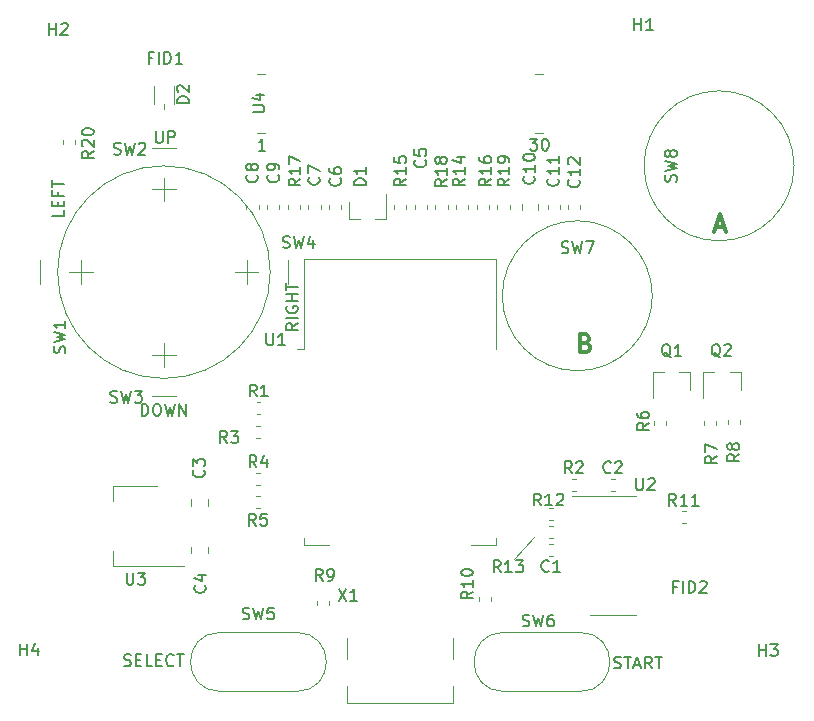
<source format=gbr>
%TF.GenerationSoftware,KiCad,Pcbnew,5.1.9-73d0e3b20d~88~ubuntu20.04.1*%
%TF.CreationDate,2021-04-29T21:08:44+02:00*%
%TF.ProjectId,gamearino,67616d65-6172-4696-9e6f-2e6b69636164,v0.0.1*%
%TF.SameCoordinates,PX5f5e100PY5f5e100*%
%TF.FileFunction,Legend,Top*%
%TF.FilePolarity,Positive*%
%FSLAX46Y46*%
G04 Gerber Fmt 4.6, Leading zero omitted, Abs format (unit mm)*
G04 Created by KiCad (PCBNEW 5.1.9-73d0e3b20d~88~ubuntu20.04.1) date 2021-04-29 21:08:44*
%MOMM*%
%LPD*%
G01*
G04 APERTURE LIST*
%ADD10C,0.150000*%
%ADD11C,0.300000*%
%ADD12C,0.120000*%
G04 APERTURE END LIST*
D10*
X21352380Y31666667D02*
X20876190Y31333334D01*
X21352380Y31095239D02*
X20352380Y31095239D01*
X20352380Y31476191D01*
X20400000Y31571429D01*
X20447619Y31619048D01*
X20542857Y31666667D01*
X20685714Y31666667D01*
X20780952Y31619048D01*
X20828571Y31571429D01*
X20876190Y31476191D01*
X20876190Y31095239D01*
X21352380Y32095239D02*
X20352380Y32095239D01*
X20400000Y33095239D02*
X20352380Y33000000D01*
X20352380Y32857143D01*
X20400000Y32714286D01*
X20495238Y32619048D01*
X20590476Y32571429D01*
X20780952Y32523810D01*
X20923809Y32523810D01*
X21114285Y32571429D01*
X21209523Y32619048D01*
X21304761Y32714286D01*
X21352380Y32857143D01*
X21352380Y32952381D01*
X21304761Y33095239D01*
X21257142Y33142858D01*
X20923809Y33142858D01*
X20923809Y32952381D01*
X21352380Y33571429D02*
X20352380Y33571429D01*
X20828571Y33571429D02*
X20828571Y34142858D01*
X21352380Y34142858D02*
X20352380Y34142858D01*
X20352380Y34476191D02*
X20352380Y35047620D01*
X21352380Y34761905D02*
X20352380Y34761905D01*
X1552380Y41247620D02*
X1552380Y40771429D01*
X552380Y40771429D01*
X1028571Y41580953D02*
X1028571Y41914286D01*
X1552380Y42057143D02*
X1552380Y41580953D01*
X552380Y41580953D01*
X552380Y42057143D01*
X1028571Y42819048D02*
X1028571Y42485715D01*
X1552380Y42485715D02*
X552380Y42485715D01*
X552380Y42961905D01*
X552380Y43200000D02*
X552380Y43771429D01*
X1552380Y43485715D02*
X552380Y43485715D01*
X8119047Y23847620D02*
X8119047Y24847620D01*
X8357142Y24847620D01*
X8500000Y24800000D01*
X8595238Y24704762D01*
X8642857Y24609524D01*
X8690476Y24419048D01*
X8690476Y24276191D01*
X8642857Y24085715D01*
X8595238Y23990477D01*
X8500000Y23895239D01*
X8357142Y23847620D01*
X8119047Y23847620D01*
X9309523Y24847620D02*
X9500000Y24847620D01*
X9595238Y24800000D01*
X9690476Y24704762D01*
X9738095Y24514286D01*
X9738095Y24180953D01*
X9690476Y23990477D01*
X9595238Y23895239D01*
X9500000Y23847620D01*
X9309523Y23847620D01*
X9214285Y23895239D01*
X9119047Y23990477D01*
X9071428Y24180953D01*
X9071428Y24514286D01*
X9119047Y24704762D01*
X9214285Y24800000D01*
X9309523Y24847620D01*
X10071428Y24847620D02*
X10309523Y23847620D01*
X10500000Y24561905D01*
X10690476Y23847620D01*
X10928571Y24847620D01*
X11309523Y23847620D02*
X11309523Y24847620D01*
X11880952Y23847620D01*
X11880952Y24847620D01*
X9314285Y47947620D02*
X9314285Y47138096D01*
X9361904Y47042858D01*
X9409523Y46995239D01*
X9504761Y46947620D01*
X9695238Y46947620D01*
X9790476Y46995239D01*
X9838095Y47042858D01*
X9885714Y47138096D01*
X9885714Y47947620D01*
X10361904Y46947620D02*
X10361904Y47947620D01*
X10742857Y47947620D01*
X10838095Y47900000D01*
X10885714Y47852381D01*
X10933333Y47757143D01*
X10933333Y47614286D01*
X10885714Y47519048D01*
X10838095Y47471429D01*
X10742857Y47423810D01*
X10361904Y47423810D01*
D11*
X56742857Y39850000D02*
X57457142Y39850000D01*
X56600000Y39421429D02*
X57100000Y40921429D01*
X57600000Y39421429D01*
X45707142Y30007143D02*
X45921428Y29935715D01*
X45992857Y29864286D01*
X46064285Y29721429D01*
X46064285Y29507143D01*
X45992857Y29364286D01*
X45921428Y29292858D01*
X45778571Y29221429D01*
X45207142Y29221429D01*
X45207142Y30721429D01*
X45707142Y30721429D01*
X45850000Y30650000D01*
X45921428Y30578572D01*
X45992857Y30435715D01*
X45992857Y30292858D01*
X45921428Y30150000D01*
X45850000Y30078572D01*
X45707142Y30007143D01*
X45207142Y30007143D01*
D10*
X6623809Y2695239D02*
X6766666Y2647620D01*
X7004761Y2647620D01*
X7100000Y2695239D01*
X7147619Y2742858D01*
X7195238Y2838096D01*
X7195238Y2933334D01*
X7147619Y3028572D01*
X7100000Y3076191D01*
X7004761Y3123810D01*
X6814285Y3171429D01*
X6719047Y3219048D01*
X6671428Y3266667D01*
X6623809Y3361905D01*
X6623809Y3457143D01*
X6671428Y3552381D01*
X6719047Y3600000D01*
X6814285Y3647620D01*
X7052380Y3647620D01*
X7195238Y3600000D01*
X7623809Y3171429D02*
X7957142Y3171429D01*
X8100000Y2647620D02*
X7623809Y2647620D01*
X7623809Y3647620D01*
X8100000Y3647620D01*
X9004761Y2647620D02*
X8528571Y2647620D01*
X8528571Y3647620D01*
X9338095Y3171429D02*
X9671428Y3171429D01*
X9814285Y2647620D02*
X9338095Y2647620D01*
X9338095Y3647620D01*
X9814285Y3647620D01*
X10814285Y2742858D02*
X10766666Y2695239D01*
X10623809Y2647620D01*
X10528571Y2647620D01*
X10385714Y2695239D01*
X10290476Y2790477D01*
X10242857Y2885715D01*
X10195238Y3076191D01*
X10195238Y3219048D01*
X10242857Y3409524D01*
X10290476Y3504762D01*
X10385714Y3600000D01*
X10528571Y3647620D01*
X10623809Y3647620D01*
X10766666Y3600000D01*
X10814285Y3552381D01*
X11100000Y3647620D02*
X11671428Y3647620D01*
X11385714Y2647620D02*
X11385714Y3647620D01*
X48123809Y2495239D02*
X48266666Y2447620D01*
X48504761Y2447620D01*
X48600000Y2495239D01*
X48647619Y2542858D01*
X48695238Y2638096D01*
X48695238Y2733334D01*
X48647619Y2828572D01*
X48600000Y2876191D01*
X48504761Y2923810D01*
X48314285Y2971429D01*
X48219047Y3019048D01*
X48171428Y3066667D01*
X48123809Y3161905D01*
X48123809Y3257143D01*
X48171428Y3352381D01*
X48219047Y3400000D01*
X48314285Y3447620D01*
X48552380Y3447620D01*
X48695238Y3400000D01*
X48980952Y3447620D02*
X49552380Y3447620D01*
X49266666Y2447620D02*
X49266666Y3447620D01*
X49838095Y2733334D02*
X50314285Y2733334D01*
X49742857Y2447620D02*
X50076190Y3447620D01*
X50409523Y2447620D01*
X51314285Y2447620D02*
X50980952Y2923810D01*
X50742857Y2447620D02*
X50742857Y3447620D01*
X51123809Y3447620D01*
X51219047Y3400000D01*
X51266666Y3352381D01*
X51314285Y3257143D01*
X51314285Y3114286D01*
X51266666Y3019048D01*
X51219047Y2971429D01*
X51123809Y2923810D01*
X50742857Y2923810D01*
X51600000Y3447620D02*
X52171428Y3447620D01*
X51885714Y2447620D02*
X51885714Y3447620D01*
D12*
X39600000Y11700000D02*
X41300000Y13550000D01*
%TO.C,R20*%
X1490000Y46837221D02*
X1490000Y47162779D01*
X2510000Y46837221D02*
X2510000Y47162779D01*
%TO.C,D2*%
X10000000Y49850000D02*
X10000000Y50200000D01*
X10850000Y50200000D02*
X10850000Y51800000D01*
X9150000Y50200000D02*
X9150000Y51800000D01*
%TO.C,R10*%
X36690000Y8137221D02*
X36690000Y8462779D01*
X37710000Y8137221D02*
X37710000Y8462779D01*
%TO.C,R9*%
X24010000Y8162779D02*
X24010000Y7837221D01*
X22990000Y8162779D02*
X22990000Y7837221D01*
%TO.C,X1*%
X25530000Y5020000D02*
X25530000Y3220000D01*
X25530000Y-490000D02*
X25530000Y970000D01*
X34470000Y-490000D02*
X34470000Y970000D01*
X34470000Y5020000D02*
X34470000Y3220000D01*
X34470000Y-490000D02*
X25530000Y-490000D01*
%TO.C,Item5*%
X3000000Y37000000D02*
X3000000Y35000000D01*
X2000000Y36000000D02*
X4000000Y36000000D01*
X10000000Y28000000D02*
X10000000Y30000000D01*
X9000000Y29000000D02*
X11000000Y29000000D01*
X18000000Y36000000D02*
X16000000Y36000000D01*
X17000000Y35000000D02*
X17000000Y37000000D01*
X11000000Y43000000D02*
X9000000Y43000000D01*
X10000000Y44000000D02*
X10000000Y42000000D01*
X9000000Y46500000D02*
X11000000Y46500000D01*
X-500000Y35000000D02*
X-500000Y37000000D01*
X11000000Y25500000D02*
X9000000Y25500000D01*
X20500000Y37000000D02*
X20500000Y35000000D01*
X19000000Y36000000D02*
G75*
G03*
X19000000Y36000000I-9000000J0D01*
G01*
%TO.C,Item2*%
X51350000Y34000000D02*
G75*
G03*
X51350000Y34000000I-6350000J0D01*
G01*
%TO.C,Item1*%
X63350000Y45000000D02*
G75*
G03*
X63350000Y45000000I-6350000J0D01*
G01*
%TO.C,Item4*%
X14700000Y5500000D02*
X21200000Y5500000D01*
X14750000Y500000D02*
X21250000Y500000D01*
X21250000Y5500500D02*
G75*
G02*
X21250000Y499500I0J-2500500D01*
G01*
X14751997Y499501D02*
G75*
G02*
X14700000Y5500000I-1997J2500499D01*
G01*
%TO.C,Item3*%
X38700000Y5500000D02*
X45200000Y5500000D01*
X38750000Y500000D02*
X45250000Y500000D01*
X45250000Y5500500D02*
G75*
G02*
X45250000Y499500I0J-2500500D01*
G01*
X38751997Y499501D02*
G75*
G02*
X38700000Y5500000I-1997J2500499D01*
G01*
%TO.C,C12*%
X44240000Y41662779D02*
X44240000Y41337221D01*
X45260000Y41662779D02*
X45260000Y41337221D01*
%TO.C,C11*%
X42490000Y41662779D02*
X42490000Y41337221D01*
X43510000Y41662779D02*
X43510000Y41337221D01*
%TO.C,C10*%
X40290000Y41758578D02*
X40290000Y41241422D01*
X41710000Y41758578D02*
X41710000Y41241422D01*
%TO.C,R8*%
X58760000Y23124721D02*
X58760000Y23450279D01*
X57740000Y23124721D02*
X57740000Y23450279D01*
%TO.C,R6*%
X51490000Y23412779D02*
X51490000Y23087221D01*
X52510000Y23412779D02*
X52510000Y23087221D01*
%TO.C,R7*%
X55740000Y23412779D02*
X55740000Y23087221D01*
X56760000Y23412779D02*
X56760000Y23087221D01*
%TO.C,Q1*%
X54580000Y27510000D02*
X54580000Y26050000D01*
X51420000Y27510000D02*
X51420000Y25350000D01*
X51420000Y27510000D02*
X52350000Y27510000D01*
X54580000Y27510000D02*
X53650000Y27510000D01*
%TO.C,Q2*%
X58830000Y27510000D02*
X58830000Y26050000D01*
X55670000Y27510000D02*
X55670000Y25350000D01*
X55670000Y27510000D02*
X56600000Y27510000D01*
X58830000Y27510000D02*
X57900000Y27510000D01*
%TO.C,U4*%
X17900000Y47750000D02*
X18600000Y47750000D01*
X17900000Y52750000D02*
X18600000Y52750000D01*
X41400000Y52750000D02*
X42100000Y52750000D01*
X41400000Y47750000D02*
X42100000Y47750000D01*
%TO.C,C3*%
X12290000Y16758578D02*
X12290000Y16241422D01*
X13710000Y16758578D02*
X13710000Y16241422D01*
%TO.C,R13*%
X42587221Y13490000D02*
X42912779Y13490000D01*
X42587221Y14510000D02*
X42912779Y14510000D01*
%TO.C,R12*%
X42912779Y16010000D02*
X42587221Y16010000D01*
X42912779Y14990000D02*
X42587221Y14990000D01*
%TO.C,R5*%
X17837221Y15990000D02*
X18162779Y15990000D01*
X17837221Y17010000D02*
X18162779Y17010000D01*
%TO.C,R4*%
X17837221Y17990000D02*
X18162779Y17990000D01*
X17837221Y19010000D02*
X18162779Y19010000D01*
%TO.C,R3*%
X17837221Y21990000D02*
X18162779Y21990000D01*
X17837221Y23010000D02*
X18162779Y23010000D01*
%TO.C,R2*%
X44537221Y17490000D02*
X44862779Y17490000D01*
X44537221Y18510000D02*
X44862779Y18510000D01*
%TO.C,R1*%
X17849721Y23990000D02*
X18175279Y23990000D01*
X17849721Y25010000D02*
X18175279Y25010000D01*
%TO.C,U3*%
X11700000Y11090000D02*
X5690000Y11090000D01*
X9450000Y17910000D02*
X5690000Y17910000D01*
X5690000Y11090000D02*
X5690000Y12350000D01*
X5690000Y17910000D02*
X5690000Y16650000D01*
%TO.C,U2*%
X48000000Y17060000D02*
X44550000Y17060000D01*
X48000000Y17060000D02*
X49950000Y17060000D01*
X48000000Y6940000D02*
X46050000Y6940000D01*
X48000000Y6940000D02*
X49950000Y6940000D01*
%TO.C,U1*%
X21880000Y29500000D02*
X21270000Y29500000D01*
X21880000Y29500000D02*
X21880000Y37120000D01*
X21880000Y12880000D02*
X21880000Y13500000D01*
X24000000Y12880000D02*
X21880000Y12880000D01*
X38120000Y12880000D02*
X36000000Y12880000D01*
X38120000Y13500000D02*
X38120000Y12880000D01*
X38120000Y37120000D02*
X38120000Y29500000D01*
X21880000Y37120000D02*
X38120000Y37120000D01*
%TO.C,R11*%
X53837221Y14740000D02*
X54162779Y14740000D01*
X53837221Y15760000D02*
X54162779Y15760000D01*
%TO.C,R18*%
X32990000Y41662779D02*
X32990000Y41337221D01*
X34010000Y41662779D02*
X34010000Y41337221D01*
%TO.C,R15*%
X29490000Y41662779D02*
X29490000Y41337221D01*
X30510000Y41662779D02*
X30510000Y41337221D01*
%TO.C,R16*%
X36490000Y41662779D02*
X36490000Y41337221D01*
X37510000Y41662779D02*
X37510000Y41337221D01*
%TO.C,R14*%
X34740000Y41662779D02*
X34740000Y41337221D01*
X35760000Y41662779D02*
X35760000Y41337221D01*
%TO.C,R17*%
X21510000Y41337221D02*
X21510000Y41662779D01*
X20490000Y41337221D02*
X20490000Y41662779D01*
%TO.C,R19*%
X39260000Y41337221D02*
X39260000Y41662779D01*
X38240000Y41337221D02*
X38240000Y41662779D01*
%TO.C,D1*%
X25670000Y40490000D02*
X25670000Y41950000D01*
X28830000Y40490000D02*
X28830000Y42650000D01*
X28830000Y40490000D02*
X27900000Y40490000D01*
X25670000Y40490000D02*
X26600000Y40490000D01*
%TO.C,C4*%
X12290000Y12758578D02*
X12290000Y12241422D01*
X13710000Y12758578D02*
X13710000Y12241422D01*
%TO.C,C2*%
X47837221Y17490000D02*
X48162779Y17490000D01*
X47837221Y18510000D02*
X48162779Y18510000D01*
%TO.C,C1*%
X42912779Y13010000D02*
X42587221Y13010000D01*
X42912779Y11990000D02*
X42587221Y11990000D01*
%TO.C,C5*%
X31240000Y41662779D02*
X31240000Y41337221D01*
X32260000Y41662779D02*
X32260000Y41337221D01*
%TO.C,C9*%
X19760000Y41337221D02*
X19760000Y41662779D01*
X18740000Y41337221D02*
X18740000Y41662779D01*
%TO.C,C8*%
X18010000Y41337221D02*
X18010000Y41662779D01*
X16990000Y41337221D02*
X16990000Y41662779D01*
%TO.C,C6*%
X23990000Y41662779D02*
X23990000Y41337221D01*
X25010000Y41662779D02*
X25010000Y41337221D01*
%TO.C,C7*%
X22240000Y41662779D02*
X22240000Y41337221D01*
X23260000Y41662779D02*
X23260000Y41337221D01*
%TO.C,R20*%
D10*
X4052380Y46257143D02*
X3576190Y45923810D01*
X4052380Y45685715D02*
X3052380Y45685715D01*
X3052380Y46066667D01*
X3100000Y46161905D01*
X3147619Y46209524D01*
X3242857Y46257143D01*
X3385714Y46257143D01*
X3480952Y46209524D01*
X3528571Y46161905D01*
X3576190Y46066667D01*
X3576190Y45685715D01*
X3147619Y46638096D02*
X3100000Y46685715D01*
X3052380Y46780953D01*
X3052380Y47019048D01*
X3100000Y47114286D01*
X3147619Y47161905D01*
X3242857Y47209524D01*
X3338095Y47209524D01*
X3480952Y47161905D01*
X4052380Y46590477D01*
X4052380Y47209524D01*
X3052380Y47828572D02*
X3052380Y47923810D01*
X3100000Y48019048D01*
X3147619Y48066667D01*
X3242857Y48114286D01*
X3433333Y48161905D01*
X3671428Y48161905D01*
X3861904Y48114286D01*
X3957142Y48066667D01*
X4004761Y48019048D01*
X4052380Y47923810D01*
X4052380Y47828572D01*
X4004761Y47733334D01*
X3957142Y47685715D01*
X3861904Y47638096D01*
X3671428Y47590477D01*
X3433333Y47590477D01*
X3242857Y47638096D01*
X3147619Y47685715D01*
X3100000Y47733334D01*
X3052380Y47828572D01*
%TO.C,D2*%
X12102380Y50311905D02*
X11102380Y50311905D01*
X11102380Y50550000D01*
X11150000Y50692858D01*
X11245238Y50788096D01*
X11340476Y50835715D01*
X11530952Y50883334D01*
X11673809Y50883334D01*
X11864285Y50835715D01*
X11959523Y50788096D01*
X12054761Y50692858D01*
X12102380Y50550000D01*
X12102380Y50311905D01*
X11197619Y51264286D02*
X11150000Y51311905D01*
X11102380Y51407143D01*
X11102380Y51645239D01*
X11150000Y51740477D01*
X11197619Y51788096D01*
X11292857Y51835715D01*
X11388095Y51835715D01*
X11530952Y51788096D01*
X12102380Y51216667D01*
X12102380Y51835715D01*
%TO.C,FID2*%
X53428571Y9371429D02*
X53095238Y9371429D01*
X53095238Y8847620D02*
X53095238Y9847620D01*
X53571428Y9847620D01*
X53952380Y8847620D02*
X53952380Y9847620D01*
X54428571Y8847620D02*
X54428571Y9847620D01*
X54666666Y9847620D01*
X54809523Y9800000D01*
X54904761Y9704762D01*
X54952380Y9609524D01*
X55000000Y9419048D01*
X55000000Y9276191D01*
X54952380Y9085715D01*
X54904761Y8990477D01*
X54809523Y8895239D01*
X54666666Y8847620D01*
X54428571Y8847620D01*
X55380952Y9752381D02*
X55428571Y9800000D01*
X55523809Y9847620D01*
X55761904Y9847620D01*
X55857142Y9800000D01*
X55904761Y9752381D01*
X55952380Y9657143D01*
X55952380Y9561905D01*
X55904761Y9419048D01*
X55333333Y8847620D01*
X55952380Y8847620D01*
%TO.C,FID1*%
X9028571Y54171429D02*
X8695238Y54171429D01*
X8695238Y53647620D02*
X8695238Y54647620D01*
X9171428Y54647620D01*
X9552380Y53647620D02*
X9552380Y54647620D01*
X10028571Y53647620D02*
X10028571Y54647620D01*
X10266666Y54647620D01*
X10409523Y54600000D01*
X10504761Y54504762D01*
X10552380Y54409524D01*
X10600000Y54219048D01*
X10600000Y54076191D01*
X10552380Y53885715D01*
X10504761Y53790477D01*
X10409523Y53695239D01*
X10266666Y53647620D01*
X10028571Y53647620D01*
X11552380Y53647620D02*
X10980952Y53647620D01*
X11266666Y53647620D02*
X11266666Y54647620D01*
X11171428Y54504762D01*
X11076190Y54409524D01*
X10980952Y54361905D01*
%TO.C,R10*%
X36152380Y8957143D02*
X35676190Y8623810D01*
X36152380Y8385715D02*
X35152380Y8385715D01*
X35152380Y8766667D01*
X35200000Y8861905D01*
X35247619Y8909524D01*
X35342857Y8957143D01*
X35485714Y8957143D01*
X35580952Y8909524D01*
X35628571Y8861905D01*
X35676190Y8766667D01*
X35676190Y8385715D01*
X36152380Y9909524D02*
X36152380Y9338096D01*
X36152380Y9623810D02*
X35152380Y9623810D01*
X35295238Y9528572D01*
X35390476Y9433334D01*
X35438095Y9338096D01*
X35152380Y10528572D02*
X35152380Y10623810D01*
X35200000Y10719048D01*
X35247619Y10766667D01*
X35342857Y10814286D01*
X35533333Y10861905D01*
X35771428Y10861905D01*
X35961904Y10814286D01*
X36057142Y10766667D01*
X36104761Y10719048D01*
X36152380Y10623810D01*
X36152380Y10528572D01*
X36104761Y10433334D01*
X36057142Y10385715D01*
X35961904Y10338096D01*
X35771428Y10290477D01*
X35533333Y10290477D01*
X35342857Y10338096D01*
X35247619Y10385715D01*
X35200000Y10433334D01*
X35152380Y10528572D01*
%TO.C,R9*%
X23433333Y9847620D02*
X23100000Y10323810D01*
X22861904Y9847620D02*
X22861904Y10847620D01*
X23242857Y10847620D01*
X23338095Y10800000D01*
X23385714Y10752381D01*
X23433333Y10657143D01*
X23433333Y10514286D01*
X23385714Y10419048D01*
X23338095Y10371429D01*
X23242857Y10323810D01*
X22861904Y10323810D01*
X23909523Y9847620D02*
X24100000Y9847620D01*
X24195238Y9895239D01*
X24242857Y9942858D01*
X24338095Y10085715D01*
X24385714Y10276191D01*
X24385714Y10657143D01*
X24338095Y10752381D01*
X24290476Y10800000D01*
X24195238Y10847620D01*
X24004761Y10847620D01*
X23909523Y10800000D01*
X23861904Y10752381D01*
X23814285Y10657143D01*
X23814285Y10419048D01*
X23861904Y10323810D01*
X23909523Y10276191D01*
X24004761Y10228572D01*
X24195238Y10228572D01*
X24290476Y10276191D01*
X24338095Y10323810D01*
X24385714Y10419048D01*
%TO.C,X1*%
X24790476Y9197620D02*
X25457142Y8197620D01*
X25457142Y9197620D02*
X24790476Y8197620D01*
X26361904Y8197620D02*
X25790476Y8197620D01*
X26076190Y8197620D02*
X26076190Y9197620D01*
X25980952Y9054762D01*
X25885714Y8959524D01*
X25790476Y8911905D01*
%TO.C,C12*%
X45107142Y43807143D02*
X45154761Y43759524D01*
X45202380Y43616667D01*
X45202380Y43521429D01*
X45154761Y43378572D01*
X45059523Y43283334D01*
X44964285Y43235715D01*
X44773809Y43188096D01*
X44630952Y43188096D01*
X44440476Y43235715D01*
X44345238Y43283334D01*
X44250000Y43378572D01*
X44202380Y43521429D01*
X44202380Y43616667D01*
X44250000Y43759524D01*
X44297619Y43807143D01*
X45202380Y44759524D02*
X45202380Y44188096D01*
X45202380Y44473810D02*
X44202380Y44473810D01*
X44345238Y44378572D01*
X44440476Y44283334D01*
X44488095Y44188096D01*
X44297619Y45140477D02*
X44250000Y45188096D01*
X44202380Y45283334D01*
X44202380Y45521429D01*
X44250000Y45616667D01*
X44297619Y45664286D01*
X44392857Y45711905D01*
X44488095Y45711905D01*
X44630952Y45664286D01*
X45202380Y45092858D01*
X45202380Y45711905D01*
%TO.C,C11*%
X43357142Y43907143D02*
X43404761Y43859524D01*
X43452380Y43716667D01*
X43452380Y43621429D01*
X43404761Y43478572D01*
X43309523Y43383334D01*
X43214285Y43335715D01*
X43023809Y43288096D01*
X42880952Y43288096D01*
X42690476Y43335715D01*
X42595238Y43383334D01*
X42500000Y43478572D01*
X42452380Y43621429D01*
X42452380Y43716667D01*
X42500000Y43859524D01*
X42547619Y43907143D01*
X43452380Y44859524D02*
X43452380Y44288096D01*
X43452380Y44573810D02*
X42452380Y44573810D01*
X42595238Y44478572D01*
X42690476Y44383334D01*
X42738095Y44288096D01*
X43452380Y45811905D02*
X43452380Y45240477D01*
X43452380Y45526191D02*
X42452380Y45526191D01*
X42595238Y45430953D01*
X42690476Y45335715D01*
X42738095Y45240477D01*
%TO.C,C10*%
X41307142Y44107143D02*
X41354761Y44059524D01*
X41402380Y43916667D01*
X41402380Y43821429D01*
X41354761Y43678572D01*
X41259523Y43583334D01*
X41164285Y43535715D01*
X40973809Y43488096D01*
X40830952Y43488096D01*
X40640476Y43535715D01*
X40545238Y43583334D01*
X40450000Y43678572D01*
X40402380Y43821429D01*
X40402380Y43916667D01*
X40450000Y44059524D01*
X40497619Y44107143D01*
X41402380Y45059524D02*
X41402380Y44488096D01*
X41402380Y44773810D02*
X40402380Y44773810D01*
X40545238Y44678572D01*
X40640476Y44583334D01*
X40688095Y44488096D01*
X40402380Y45678572D02*
X40402380Y45773810D01*
X40450000Y45869048D01*
X40497619Y45916667D01*
X40592857Y45964286D01*
X40783333Y46011905D01*
X41021428Y46011905D01*
X41211904Y45964286D01*
X41307142Y45916667D01*
X41354761Y45869048D01*
X41402380Y45773810D01*
X41402380Y45678572D01*
X41354761Y45583334D01*
X41307142Y45535715D01*
X41211904Y45488096D01*
X41021428Y45440477D01*
X40783333Y45440477D01*
X40592857Y45488096D01*
X40497619Y45535715D01*
X40450000Y45583334D01*
X40402380Y45678572D01*
%TO.C,R8*%
X58702380Y20583334D02*
X58226190Y20250000D01*
X58702380Y20011905D02*
X57702380Y20011905D01*
X57702380Y20392858D01*
X57750000Y20488096D01*
X57797619Y20535715D01*
X57892857Y20583334D01*
X58035714Y20583334D01*
X58130952Y20535715D01*
X58178571Y20488096D01*
X58226190Y20392858D01*
X58226190Y20011905D01*
X58130952Y21154762D02*
X58083333Y21059524D01*
X58035714Y21011905D01*
X57940476Y20964286D01*
X57892857Y20964286D01*
X57797619Y21011905D01*
X57750000Y21059524D01*
X57702380Y21154762D01*
X57702380Y21345239D01*
X57750000Y21440477D01*
X57797619Y21488096D01*
X57892857Y21535715D01*
X57940476Y21535715D01*
X58035714Y21488096D01*
X58083333Y21440477D01*
X58130952Y21345239D01*
X58130952Y21154762D01*
X58178571Y21059524D01*
X58226190Y21011905D01*
X58321428Y20964286D01*
X58511904Y20964286D01*
X58607142Y21011905D01*
X58654761Y21059524D01*
X58702380Y21154762D01*
X58702380Y21345239D01*
X58654761Y21440477D01*
X58607142Y21488096D01*
X58511904Y21535715D01*
X58321428Y21535715D01*
X58226190Y21488096D01*
X58178571Y21440477D01*
X58130952Y21345239D01*
%TO.C,R6*%
X51052380Y23233334D02*
X50576190Y22900000D01*
X51052380Y22661905D02*
X50052380Y22661905D01*
X50052380Y23042858D01*
X50100000Y23138096D01*
X50147619Y23185715D01*
X50242857Y23233334D01*
X50385714Y23233334D01*
X50480952Y23185715D01*
X50528571Y23138096D01*
X50576190Y23042858D01*
X50576190Y22661905D01*
X50052380Y24090477D02*
X50052380Y23900000D01*
X50100000Y23804762D01*
X50147619Y23757143D01*
X50290476Y23661905D01*
X50480952Y23614286D01*
X50861904Y23614286D01*
X50957142Y23661905D01*
X51004761Y23709524D01*
X51052380Y23804762D01*
X51052380Y23995239D01*
X51004761Y24090477D01*
X50957142Y24138096D01*
X50861904Y24185715D01*
X50623809Y24185715D01*
X50528571Y24138096D01*
X50480952Y24090477D01*
X50433333Y23995239D01*
X50433333Y23804762D01*
X50480952Y23709524D01*
X50528571Y23661905D01*
X50623809Y23614286D01*
%TO.C,R7*%
X56802380Y20433334D02*
X56326190Y20100000D01*
X56802380Y19861905D02*
X55802380Y19861905D01*
X55802380Y20242858D01*
X55850000Y20338096D01*
X55897619Y20385715D01*
X55992857Y20433334D01*
X56135714Y20433334D01*
X56230952Y20385715D01*
X56278571Y20338096D01*
X56326190Y20242858D01*
X56326190Y19861905D01*
X55802380Y20766667D02*
X55802380Y21433334D01*
X56802380Y21004762D01*
%TO.C,Q1*%
X52904761Y28802381D02*
X52809523Y28850000D01*
X52714285Y28945239D01*
X52571428Y29088096D01*
X52476190Y29135715D01*
X52380952Y29135715D01*
X52428571Y28897620D02*
X52333333Y28945239D01*
X52238095Y29040477D01*
X52190476Y29230953D01*
X52190476Y29564286D01*
X52238095Y29754762D01*
X52333333Y29850000D01*
X52428571Y29897620D01*
X52619047Y29897620D01*
X52714285Y29850000D01*
X52809523Y29754762D01*
X52857142Y29564286D01*
X52857142Y29230953D01*
X52809523Y29040477D01*
X52714285Y28945239D01*
X52619047Y28897620D01*
X52428571Y28897620D01*
X53809523Y28897620D02*
X53238095Y28897620D01*
X53523809Y28897620D02*
X53523809Y29897620D01*
X53428571Y29754762D01*
X53333333Y29659524D01*
X53238095Y29611905D01*
%TO.C,Q2*%
X57104761Y28802381D02*
X57009523Y28850000D01*
X56914285Y28945239D01*
X56771428Y29088096D01*
X56676190Y29135715D01*
X56580952Y29135715D01*
X56628571Y28897620D02*
X56533333Y28945239D01*
X56438095Y29040477D01*
X56390476Y29230953D01*
X56390476Y29564286D01*
X56438095Y29754762D01*
X56533333Y29850000D01*
X56628571Y29897620D01*
X56819047Y29897620D01*
X56914285Y29850000D01*
X57009523Y29754762D01*
X57057142Y29564286D01*
X57057142Y29230953D01*
X57009523Y29040477D01*
X56914285Y28945239D01*
X56819047Y28897620D01*
X56628571Y28897620D01*
X57438095Y29802381D02*
X57485714Y29850000D01*
X57580952Y29897620D01*
X57819047Y29897620D01*
X57914285Y29850000D01*
X57961904Y29802381D01*
X58009523Y29707143D01*
X58009523Y29611905D01*
X57961904Y29469048D01*
X57390476Y28897620D01*
X58009523Y28897620D01*
%TO.C,U4*%
X17502380Y49538096D02*
X18311904Y49538096D01*
X18407142Y49585715D01*
X18454761Y49633334D01*
X18502380Y49728572D01*
X18502380Y49919048D01*
X18454761Y50014286D01*
X18407142Y50061905D01*
X18311904Y50109524D01*
X17502380Y50109524D01*
X17835714Y51014286D02*
X18502380Y51014286D01*
X17454761Y50776191D02*
X18169047Y50538096D01*
X18169047Y51157143D01*
X40990476Y47297620D02*
X41609523Y47297620D01*
X41276190Y46916667D01*
X41419047Y46916667D01*
X41514285Y46869048D01*
X41561904Y46821429D01*
X41609523Y46726191D01*
X41609523Y46488096D01*
X41561904Y46392858D01*
X41514285Y46345239D01*
X41419047Y46297620D01*
X41133333Y46297620D01*
X41038095Y46345239D01*
X40990476Y46392858D01*
X42228571Y47297620D02*
X42323809Y47297620D01*
X42419047Y47250000D01*
X42466666Y47202381D01*
X42514285Y47107143D01*
X42561904Y46916667D01*
X42561904Y46678572D01*
X42514285Y46488096D01*
X42466666Y46392858D01*
X42419047Y46345239D01*
X42323809Y46297620D01*
X42228571Y46297620D01*
X42133333Y46345239D01*
X42085714Y46392858D01*
X42038095Y46488096D01*
X41990476Y46678572D01*
X41990476Y46916667D01*
X42038095Y47107143D01*
X42085714Y47202381D01*
X42133333Y47250000D01*
X42228571Y47297620D01*
X18585714Y46297620D02*
X18014285Y46297620D01*
X18300000Y46297620D02*
X18300000Y47297620D01*
X18204761Y47154762D01*
X18109523Y47059524D01*
X18014285Y47011905D01*
%TO.C,H4*%
X-2161905Y3547620D02*
X-2161905Y4547620D01*
X-2161905Y4071429D02*
X-1590477Y4071429D01*
X-1590477Y3547620D02*
X-1590477Y4547620D01*
X-685715Y4214286D02*
X-685715Y3547620D01*
X-923810Y4595239D02*
X-1161905Y3880953D01*
X-542858Y3880953D01*
%TO.C,H3*%
X60388095Y3497620D02*
X60388095Y4497620D01*
X60388095Y4021429D02*
X60959523Y4021429D01*
X60959523Y3497620D02*
X60959523Y4497620D01*
X61340476Y4497620D02*
X61959523Y4497620D01*
X61626190Y4116667D01*
X61769047Y4116667D01*
X61864285Y4069048D01*
X61911904Y4021429D01*
X61959523Y3926191D01*
X61959523Y3688096D01*
X61911904Y3592858D01*
X61864285Y3545239D01*
X61769047Y3497620D01*
X61483333Y3497620D01*
X61388095Y3545239D01*
X61340476Y3592858D01*
%TO.C,H2*%
X288095Y56097620D02*
X288095Y57097620D01*
X288095Y56621429D02*
X859523Y56621429D01*
X859523Y56097620D02*
X859523Y57097620D01*
X1288095Y57002381D02*
X1335714Y57050000D01*
X1430952Y57097620D01*
X1669047Y57097620D01*
X1764285Y57050000D01*
X1811904Y57002381D01*
X1859523Y56907143D01*
X1859523Y56811905D01*
X1811904Y56669048D01*
X1240476Y56097620D01*
X1859523Y56097620D01*
%TO.C,H1*%
X49838095Y56497620D02*
X49838095Y57497620D01*
X49838095Y57021429D02*
X50409523Y57021429D01*
X50409523Y56497620D02*
X50409523Y57497620D01*
X51409523Y56497620D02*
X50838095Y56497620D01*
X51123809Y56497620D02*
X51123809Y57497620D01*
X51028571Y57354762D01*
X50933333Y57259524D01*
X50838095Y57211905D01*
%TO.C,C3*%
X13357142Y19233334D02*
X13404761Y19185715D01*
X13452380Y19042858D01*
X13452380Y18947620D01*
X13404761Y18804762D01*
X13309523Y18709524D01*
X13214285Y18661905D01*
X13023809Y18614286D01*
X12880952Y18614286D01*
X12690476Y18661905D01*
X12595238Y18709524D01*
X12500000Y18804762D01*
X12452380Y18947620D01*
X12452380Y19042858D01*
X12500000Y19185715D01*
X12547619Y19233334D01*
X12452380Y19566667D02*
X12452380Y20185715D01*
X12833333Y19852381D01*
X12833333Y19995239D01*
X12880952Y20090477D01*
X12928571Y20138096D01*
X13023809Y20185715D01*
X13261904Y20185715D01*
X13357142Y20138096D01*
X13404761Y20090477D01*
X13452380Y19995239D01*
X13452380Y19709524D01*
X13404761Y19614286D01*
X13357142Y19566667D01*
%TO.C,SW8*%
X53354761Y43666667D02*
X53402380Y43809524D01*
X53402380Y44047620D01*
X53354761Y44142858D01*
X53307142Y44190477D01*
X53211904Y44238096D01*
X53116666Y44238096D01*
X53021428Y44190477D01*
X52973809Y44142858D01*
X52926190Y44047620D01*
X52878571Y43857143D01*
X52830952Y43761905D01*
X52783333Y43714286D01*
X52688095Y43666667D01*
X52592857Y43666667D01*
X52497619Y43714286D01*
X52450000Y43761905D01*
X52402380Y43857143D01*
X52402380Y44095239D01*
X52450000Y44238096D01*
X52402380Y44571429D02*
X53402380Y44809524D01*
X52688095Y45000000D01*
X53402380Y45190477D01*
X52402380Y45428572D01*
X52830952Y45952381D02*
X52783333Y45857143D01*
X52735714Y45809524D01*
X52640476Y45761905D01*
X52592857Y45761905D01*
X52497619Y45809524D01*
X52450000Y45857143D01*
X52402380Y45952381D01*
X52402380Y46142858D01*
X52450000Y46238096D01*
X52497619Y46285715D01*
X52592857Y46333334D01*
X52640476Y46333334D01*
X52735714Y46285715D01*
X52783333Y46238096D01*
X52830952Y46142858D01*
X52830952Y45952381D01*
X52878571Y45857143D01*
X52926190Y45809524D01*
X53021428Y45761905D01*
X53211904Y45761905D01*
X53307142Y45809524D01*
X53354761Y45857143D01*
X53402380Y45952381D01*
X53402380Y46142858D01*
X53354761Y46238096D01*
X53307142Y46285715D01*
X53211904Y46333334D01*
X53021428Y46333334D01*
X52926190Y46285715D01*
X52878571Y46238096D01*
X52830952Y46142858D01*
%TO.C,SW7*%
X43666666Y37645239D02*
X43809523Y37597620D01*
X44047619Y37597620D01*
X44142857Y37645239D01*
X44190476Y37692858D01*
X44238095Y37788096D01*
X44238095Y37883334D01*
X44190476Y37978572D01*
X44142857Y38026191D01*
X44047619Y38073810D01*
X43857142Y38121429D01*
X43761904Y38169048D01*
X43714285Y38216667D01*
X43666666Y38311905D01*
X43666666Y38407143D01*
X43714285Y38502381D01*
X43761904Y38550000D01*
X43857142Y38597620D01*
X44095238Y38597620D01*
X44238095Y38550000D01*
X44571428Y38597620D02*
X44809523Y37597620D01*
X45000000Y38311905D01*
X45190476Y37597620D01*
X45428571Y38597620D01*
X45714285Y38597620D02*
X46380952Y38597620D01*
X45952380Y37597620D01*
%TO.C,SW6*%
X40366666Y6045239D02*
X40509523Y5997620D01*
X40747619Y5997620D01*
X40842857Y6045239D01*
X40890476Y6092858D01*
X40938095Y6188096D01*
X40938095Y6283334D01*
X40890476Y6378572D01*
X40842857Y6426191D01*
X40747619Y6473810D01*
X40557142Y6521429D01*
X40461904Y6569048D01*
X40414285Y6616667D01*
X40366666Y6711905D01*
X40366666Y6807143D01*
X40414285Y6902381D01*
X40461904Y6950000D01*
X40557142Y6997620D01*
X40795238Y6997620D01*
X40938095Y6950000D01*
X41271428Y6997620D02*
X41509523Y5997620D01*
X41700000Y6711905D01*
X41890476Y5997620D01*
X42128571Y6997620D01*
X42938095Y6997620D02*
X42747619Y6997620D01*
X42652380Y6950000D01*
X42604761Y6902381D01*
X42509523Y6759524D01*
X42461904Y6569048D01*
X42461904Y6188096D01*
X42509523Y6092858D01*
X42557142Y6045239D01*
X42652380Y5997620D01*
X42842857Y5997620D01*
X42938095Y6045239D01*
X42985714Y6092858D01*
X43033333Y6188096D01*
X43033333Y6426191D01*
X42985714Y6521429D01*
X42938095Y6569048D01*
X42842857Y6616667D01*
X42652380Y6616667D01*
X42557142Y6569048D01*
X42509523Y6521429D01*
X42461904Y6426191D01*
%TO.C,SW5*%
X16666666Y6645239D02*
X16809523Y6597620D01*
X17047619Y6597620D01*
X17142857Y6645239D01*
X17190476Y6692858D01*
X17238095Y6788096D01*
X17238095Y6883334D01*
X17190476Y6978572D01*
X17142857Y7026191D01*
X17047619Y7073810D01*
X16857142Y7121429D01*
X16761904Y7169048D01*
X16714285Y7216667D01*
X16666666Y7311905D01*
X16666666Y7407143D01*
X16714285Y7502381D01*
X16761904Y7550000D01*
X16857142Y7597620D01*
X17095238Y7597620D01*
X17238095Y7550000D01*
X17571428Y7597620D02*
X17809523Y6597620D01*
X18000000Y7311905D01*
X18190476Y6597620D01*
X18428571Y7597620D01*
X19285714Y7597620D02*
X18809523Y7597620D01*
X18761904Y7121429D01*
X18809523Y7169048D01*
X18904761Y7216667D01*
X19142857Y7216667D01*
X19238095Y7169048D01*
X19285714Y7121429D01*
X19333333Y7026191D01*
X19333333Y6788096D01*
X19285714Y6692858D01*
X19238095Y6645239D01*
X19142857Y6597620D01*
X18904761Y6597620D01*
X18809523Y6645239D01*
X18761904Y6692858D01*
%TO.C,SW4*%
X20066666Y38095239D02*
X20209523Y38047620D01*
X20447619Y38047620D01*
X20542857Y38095239D01*
X20590476Y38142858D01*
X20638095Y38238096D01*
X20638095Y38333334D01*
X20590476Y38428572D01*
X20542857Y38476191D01*
X20447619Y38523810D01*
X20257142Y38571429D01*
X20161904Y38619048D01*
X20114285Y38666667D01*
X20066666Y38761905D01*
X20066666Y38857143D01*
X20114285Y38952381D01*
X20161904Y39000000D01*
X20257142Y39047620D01*
X20495238Y39047620D01*
X20638095Y39000000D01*
X20971428Y39047620D02*
X21209523Y38047620D01*
X21400000Y38761905D01*
X21590476Y38047620D01*
X21828571Y39047620D01*
X22638095Y38714286D02*
X22638095Y38047620D01*
X22400000Y39095239D02*
X22161904Y38380953D01*
X22780952Y38380953D01*
%TO.C,SW3*%
X5466666Y24995239D02*
X5609523Y24947620D01*
X5847619Y24947620D01*
X5942857Y24995239D01*
X5990476Y25042858D01*
X6038095Y25138096D01*
X6038095Y25233334D01*
X5990476Y25328572D01*
X5942857Y25376191D01*
X5847619Y25423810D01*
X5657142Y25471429D01*
X5561904Y25519048D01*
X5514285Y25566667D01*
X5466666Y25661905D01*
X5466666Y25757143D01*
X5514285Y25852381D01*
X5561904Y25900000D01*
X5657142Y25947620D01*
X5895238Y25947620D01*
X6038095Y25900000D01*
X6371428Y25947620D02*
X6609523Y24947620D01*
X6800000Y25661905D01*
X6990476Y24947620D01*
X7228571Y25947620D01*
X7514285Y25947620D02*
X8133333Y25947620D01*
X7800000Y25566667D01*
X7942857Y25566667D01*
X8038095Y25519048D01*
X8085714Y25471429D01*
X8133333Y25376191D01*
X8133333Y25138096D01*
X8085714Y25042858D01*
X8038095Y24995239D01*
X7942857Y24947620D01*
X7657142Y24947620D01*
X7561904Y24995239D01*
X7514285Y25042858D01*
%TO.C,SW2*%
X5766666Y45995239D02*
X5909523Y45947620D01*
X6147619Y45947620D01*
X6242857Y45995239D01*
X6290476Y46042858D01*
X6338095Y46138096D01*
X6338095Y46233334D01*
X6290476Y46328572D01*
X6242857Y46376191D01*
X6147619Y46423810D01*
X5957142Y46471429D01*
X5861904Y46519048D01*
X5814285Y46566667D01*
X5766666Y46661905D01*
X5766666Y46757143D01*
X5814285Y46852381D01*
X5861904Y46900000D01*
X5957142Y46947620D01*
X6195238Y46947620D01*
X6338095Y46900000D01*
X6671428Y46947620D02*
X6909523Y45947620D01*
X7100000Y46661905D01*
X7290476Y45947620D01*
X7528571Y46947620D01*
X7861904Y46852381D02*
X7909523Y46900000D01*
X8004761Y46947620D01*
X8242857Y46947620D01*
X8338095Y46900000D01*
X8385714Y46852381D01*
X8433333Y46757143D01*
X8433333Y46661905D01*
X8385714Y46519048D01*
X7814285Y45947620D01*
X8433333Y45947620D01*
%TO.C,SW1*%
X1604761Y29166667D02*
X1652380Y29309524D01*
X1652380Y29547620D01*
X1604761Y29642858D01*
X1557142Y29690477D01*
X1461904Y29738096D01*
X1366666Y29738096D01*
X1271428Y29690477D01*
X1223809Y29642858D01*
X1176190Y29547620D01*
X1128571Y29357143D01*
X1080952Y29261905D01*
X1033333Y29214286D01*
X938095Y29166667D01*
X842857Y29166667D01*
X747619Y29214286D01*
X700000Y29261905D01*
X652380Y29357143D01*
X652380Y29595239D01*
X700000Y29738096D01*
X652380Y30071429D02*
X1652380Y30309524D01*
X938095Y30500000D01*
X1652380Y30690477D01*
X652380Y30928572D01*
X1652380Y31833334D02*
X1652380Y31261905D01*
X1652380Y31547620D02*
X652380Y31547620D01*
X795238Y31452381D01*
X890476Y31357143D01*
X938095Y31261905D01*
%TO.C,R13*%
X38507142Y10597620D02*
X38173809Y11073810D01*
X37935714Y10597620D02*
X37935714Y11597620D01*
X38316666Y11597620D01*
X38411904Y11550000D01*
X38459523Y11502381D01*
X38507142Y11407143D01*
X38507142Y11264286D01*
X38459523Y11169048D01*
X38411904Y11121429D01*
X38316666Y11073810D01*
X37935714Y11073810D01*
X39459523Y10597620D02*
X38888095Y10597620D01*
X39173809Y10597620D02*
X39173809Y11597620D01*
X39078571Y11454762D01*
X38983333Y11359524D01*
X38888095Y11311905D01*
X39792857Y11597620D02*
X40411904Y11597620D01*
X40078571Y11216667D01*
X40221428Y11216667D01*
X40316666Y11169048D01*
X40364285Y11121429D01*
X40411904Y11026191D01*
X40411904Y10788096D01*
X40364285Y10692858D01*
X40316666Y10645239D01*
X40221428Y10597620D01*
X39935714Y10597620D01*
X39840476Y10645239D01*
X39792857Y10692858D01*
%TO.C,R12*%
X41907142Y16247620D02*
X41573809Y16723810D01*
X41335714Y16247620D02*
X41335714Y17247620D01*
X41716666Y17247620D01*
X41811904Y17200000D01*
X41859523Y17152381D01*
X41907142Y17057143D01*
X41907142Y16914286D01*
X41859523Y16819048D01*
X41811904Y16771429D01*
X41716666Y16723810D01*
X41335714Y16723810D01*
X42859523Y16247620D02*
X42288095Y16247620D01*
X42573809Y16247620D02*
X42573809Y17247620D01*
X42478571Y17104762D01*
X42383333Y17009524D01*
X42288095Y16961905D01*
X43240476Y17152381D02*
X43288095Y17200000D01*
X43383333Y17247620D01*
X43621428Y17247620D01*
X43716666Y17200000D01*
X43764285Y17152381D01*
X43811904Y17057143D01*
X43811904Y16961905D01*
X43764285Y16819048D01*
X43192857Y16247620D01*
X43811904Y16247620D01*
%TO.C,R5*%
X17783333Y14547620D02*
X17450000Y15023810D01*
X17211904Y14547620D02*
X17211904Y15547620D01*
X17592857Y15547620D01*
X17688095Y15500000D01*
X17735714Y15452381D01*
X17783333Y15357143D01*
X17783333Y15214286D01*
X17735714Y15119048D01*
X17688095Y15071429D01*
X17592857Y15023810D01*
X17211904Y15023810D01*
X18688095Y15547620D02*
X18211904Y15547620D01*
X18164285Y15071429D01*
X18211904Y15119048D01*
X18307142Y15166667D01*
X18545238Y15166667D01*
X18640476Y15119048D01*
X18688095Y15071429D01*
X18735714Y14976191D01*
X18735714Y14738096D01*
X18688095Y14642858D01*
X18640476Y14595239D01*
X18545238Y14547620D01*
X18307142Y14547620D01*
X18211904Y14595239D01*
X18164285Y14642858D01*
%TO.C,R4*%
X17833333Y19477620D02*
X17500000Y19953810D01*
X17261904Y19477620D02*
X17261904Y20477620D01*
X17642857Y20477620D01*
X17738095Y20430000D01*
X17785714Y20382381D01*
X17833333Y20287143D01*
X17833333Y20144286D01*
X17785714Y20049048D01*
X17738095Y20001429D01*
X17642857Y19953810D01*
X17261904Y19953810D01*
X18690476Y20144286D02*
X18690476Y19477620D01*
X18452380Y20525239D02*
X18214285Y19810953D01*
X18833333Y19810953D01*
%TO.C,R3*%
X15333333Y21547620D02*
X15000000Y22023810D01*
X14761904Y21547620D02*
X14761904Y22547620D01*
X15142857Y22547620D01*
X15238095Y22500000D01*
X15285714Y22452381D01*
X15333333Y22357143D01*
X15333333Y22214286D01*
X15285714Y22119048D01*
X15238095Y22071429D01*
X15142857Y22023810D01*
X14761904Y22023810D01*
X15666666Y22547620D02*
X16285714Y22547620D01*
X15952380Y22166667D01*
X16095238Y22166667D01*
X16190476Y22119048D01*
X16238095Y22071429D01*
X16285714Y21976191D01*
X16285714Y21738096D01*
X16238095Y21642858D01*
X16190476Y21595239D01*
X16095238Y21547620D01*
X15809523Y21547620D01*
X15714285Y21595239D01*
X15666666Y21642858D01*
%TO.C,R2*%
X44533333Y18977620D02*
X44200000Y19453810D01*
X43961904Y18977620D02*
X43961904Y19977620D01*
X44342857Y19977620D01*
X44438095Y19930000D01*
X44485714Y19882381D01*
X44533333Y19787143D01*
X44533333Y19644286D01*
X44485714Y19549048D01*
X44438095Y19501429D01*
X44342857Y19453810D01*
X43961904Y19453810D01*
X44914285Y19882381D02*
X44961904Y19930000D01*
X45057142Y19977620D01*
X45295238Y19977620D01*
X45390476Y19930000D01*
X45438095Y19882381D01*
X45485714Y19787143D01*
X45485714Y19691905D01*
X45438095Y19549048D01*
X44866666Y18977620D01*
X45485714Y18977620D01*
%TO.C,R1*%
X17845833Y25477620D02*
X17512500Y25953810D01*
X17274404Y25477620D02*
X17274404Y26477620D01*
X17655357Y26477620D01*
X17750595Y26430000D01*
X17798214Y26382381D01*
X17845833Y26287143D01*
X17845833Y26144286D01*
X17798214Y26049048D01*
X17750595Y26001429D01*
X17655357Y25953810D01*
X17274404Y25953810D01*
X18798214Y25477620D02*
X18226785Y25477620D01*
X18512500Y25477620D02*
X18512500Y26477620D01*
X18417261Y26334762D01*
X18322023Y26239524D01*
X18226785Y26191905D01*
%TO.C,U3*%
X6838095Y10547620D02*
X6838095Y9738096D01*
X6885714Y9642858D01*
X6933333Y9595239D01*
X7028571Y9547620D01*
X7219047Y9547620D01*
X7314285Y9595239D01*
X7361904Y9642858D01*
X7409523Y9738096D01*
X7409523Y10547620D01*
X7790476Y10547620D02*
X8409523Y10547620D01*
X8076190Y10166667D01*
X8219047Y10166667D01*
X8314285Y10119048D01*
X8361904Y10071429D01*
X8409523Y9976191D01*
X8409523Y9738096D01*
X8361904Y9642858D01*
X8314285Y9595239D01*
X8219047Y9547620D01*
X7933333Y9547620D01*
X7838095Y9595239D01*
X7790476Y9642858D01*
%TO.C,U2*%
X49988095Y18547620D02*
X49988095Y17738096D01*
X50035714Y17642858D01*
X50083333Y17595239D01*
X50178571Y17547620D01*
X50369047Y17547620D01*
X50464285Y17595239D01*
X50511904Y17642858D01*
X50559523Y17738096D01*
X50559523Y18547620D01*
X50988095Y18452381D02*
X51035714Y18500000D01*
X51130952Y18547620D01*
X51369047Y18547620D01*
X51464285Y18500000D01*
X51511904Y18452381D01*
X51559523Y18357143D01*
X51559523Y18261905D01*
X51511904Y18119048D01*
X50940476Y17547620D01*
X51559523Y17547620D01*
%TO.C,U1*%
X18678095Y30807620D02*
X18678095Y29998096D01*
X18725714Y29902858D01*
X18773333Y29855239D01*
X18868571Y29807620D01*
X19059047Y29807620D01*
X19154285Y29855239D01*
X19201904Y29902858D01*
X19249523Y29998096D01*
X19249523Y30807620D01*
X20249523Y29807620D02*
X19678095Y29807620D01*
X19963809Y29807620D02*
X19963809Y30807620D01*
X19868571Y30664762D01*
X19773333Y30569524D01*
X19678095Y30521905D01*
%TO.C,R11*%
X53357142Y16227620D02*
X53023809Y16703810D01*
X52785714Y16227620D02*
X52785714Y17227620D01*
X53166666Y17227620D01*
X53261904Y17180000D01*
X53309523Y17132381D01*
X53357142Y17037143D01*
X53357142Y16894286D01*
X53309523Y16799048D01*
X53261904Y16751429D01*
X53166666Y16703810D01*
X52785714Y16703810D01*
X54309523Y16227620D02*
X53738095Y16227620D01*
X54023809Y16227620D02*
X54023809Y17227620D01*
X53928571Y17084762D01*
X53833333Y16989524D01*
X53738095Y16941905D01*
X55261904Y16227620D02*
X54690476Y16227620D01*
X54976190Y16227620D02*
X54976190Y17227620D01*
X54880952Y17084762D01*
X54785714Y16989524D01*
X54690476Y16941905D01*
%TO.C,R18*%
X33952380Y43857143D02*
X33476190Y43523810D01*
X33952380Y43285715D02*
X32952380Y43285715D01*
X32952380Y43666667D01*
X33000000Y43761905D01*
X33047619Y43809524D01*
X33142857Y43857143D01*
X33285714Y43857143D01*
X33380952Y43809524D01*
X33428571Y43761905D01*
X33476190Y43666667D01*
X33476190Y43285715D01*
X33952380Y44809524D02*
X33952380Y44238096D01*
X33952380Y44523810D02*
X32952380Y44523810D01*
X33095238Y44428572D01*
X33190476Y44333334D01*
X33238095Y44238096D01*
X33380952Y45380953D02*
X33333333Y45285715D01*
X33285714Y45238096D01*
X33190476Y45190477D01*
X33142857Y45190477D01*
X33047619Y45238096D01*
X33000000Y45285715D01*
X32952380Y45380953D01*
X32952380Y45571429D01*
X33000000Y45666667D01*
X33047619Y45714286D01*
X33142857Y45761905D01*
X33190476Y45761905D01*
X33285714Y45714286D01*
X33333333Y45666667D01*
X33380952Y45571429D01*
X33380952Y45380953D01*
X33428571Y45285715D01*
X33476190Y45238096D01*
X33571428Y45190477D01*
X33761904Y45190477D01*
X33857142Y45238096D01*
X33904761Y45285715D01*
X33952380Y45380953D01*
X33952380Y45571429D01*
X33904761Y45666667D01*
X33857142Y45714286D01*
X33761904Y45761905D01*
X33571428Y45761905D01*
X33476190Y45714286D01*
X33428571Y45666667D01*
X33380952Y45571429D01*
%TO.C,R15*%
X30502380Y43907143D02*
X30026190Y43573810D01*
X30502380Y43335715D02*
X29502380Y43335715D01*
X29502380Y43716667D01*
X29550000Y43811905D01*
X29597619Y43859524D01*
X29692857Y43907143D01*
X29835714Y43907143D01*
X29930952Y43859524D01*
X29978571Y43811905D01*
X30026190Y43716667D01*
X30026190Y43335715D01*
X30502380Y44859524D02*
X30502380Y44288096D01*
X30502380Y44573810D02*
X29502380Y44573810D01*
X29645238Y44478572D01*
X29740476Y44383334D01*
X29788095Y44288096D01*
X29502380Y45764286D02*
X29502380Y45288096D01*
X29978571Y45240477D01*
X29930952Y45288096D01*
X29883333Y45383334D01*
X29883333Y45621429D01*
X29930952Y45716667D01*
X29978571Y45764286D01*
X30073809Y45811905D01*
X30311904Y45811905D01*
X30407142Y45764286D01*
X30454761Y45716667D01*
X30502380Y45621429D01*
X30502380Y45383334D01*
X30454761Y45288096D01*
X30407142Y45240477D01*
%TO.C,R16*%
X37702380Y43907143D02*
X37226190Y43573810D01*
X37702380Y43335715D02*
X36702380Y43335715D01*
X36702380Y43716667D01*
X36750000Y43811905D01*
X36797619Y43859524D01*
X36892857Y43907143D01*
X37035714Y43907143D01*
X37130952Y43859524D01*
X37178571Y43811905D01*
X37226190Y43716667D01*
X37226190Y43335715D01*
X37702380Y44859524D02*
X37702380Y44288096D01*
X37702380Y44573810D02*
X36702380Y44573810D01*
X36845238Y44478572D01*
X36940476Y44383334D01*
X36988095Y44288096D01*
X36702380Y45716667D02*
X36702380Y45526191D01*
X36750000Y45430953D01*
X36797619Y45383334D01*
X36940476Y45288096D01*
X37130952Y45240477D01*
X37511904Y45240477D01*
X37607142Y45288096D01*
X37654761Y45335715D01*
X37702380Y45430953D01*
X37702380Y45621429D01*
X37654761Y45716667D01*
X37607142Y45764286D01*
X37511904Y45811905D01*
X37273809Y45811905D01*
X37178571Y45764286D01*
X37130952Y45716667D01*
X37083333Y45621429D01*
X37083333Y45430953D01*
X37130952Y45335715D01*
X37178571Y45288096D01*
X37273809Y45240477D01*
%TO.C,R14*%
X35452380Y43907143D02*
X34976190Y43573810D01*
X35452380Y43335715D02*
X34452380Y43335715D01*
X34452380Y43716667D01*
X34500000Y43811905D01*
X34547619Y43859524D01*
X34642857Y43907143D01*
X34785714Y43907143D01*
X34880952Y43859524D01*
X34928571Y43811905D01*
X34976190Y43716667D01*
X34976190Y43335715D01*
X35452380Y44859524D02*
X35452380Y44288096D01*
X35452380Y44573810D02*
X34452380Y44573810D01*
X34595238Y44478572D01*
X34690476Y44383334D01*
X34738095Y44288096D01*
X34785714Y45716667D02*
X35452380Y45716667D01*
X34404761Y45478572D02*
X35119047Y45240477D01*
X35119047Y45859524D01*
%TO.C,R17*%
X21552380Y43907143D02*
X21076190Y43573810D01*
X21552380Y43335715D02*
X20552380Y43335715D01*
X20552380Y43716667D01*
X20600000Y43811905D01*
X20647619Y43859524D01*
X20742857Y43907143D01*
X20885714Y43907143D01*
X20980952Y43859524D01*
X21028571Y43811905D01*
X21076190Y43716667D01*
X21076190Y43335715D01*
X21552380Y44859524D02*
X21552380Y44288096D01*
X21552380Y44573810D02*
X20552380Y44573810D01*
X20695238Y44478572D01*
X20790476Y44383334D01*
X20838095Y44288096D01*
X20552380Y45192858D02*
X20552380Y45859524D01*
X21552380Y45430953D01*
%TO.C,R19*%
X39252380Y43907143D02*
X38776190Y43573810D01*
X39252380Y43335715D02*
X38252380Y43335715D01*
X38252380Y43716667D01*
X38300000Y43811905D01*
X38347619Y43859524D01*
X38442857Y43907143D01*
X38585714Y43907143D01*
X38680952Y43859524D01*
X38728571Y43811905D01*
X38776190Y43716667D01*
X38776190Y43335715D01*
X39252380Y44859524D02*
X39252380Y44288096D01*
X39252380Y44573810D02*
X38252380Y44573810D01*
X38395238Y44478572D01*
X38490476Y44383334D01*
X38538095Y44288096D01*
X39252380Y45335715D02*
X39252380Y45526191D01*
X39204761Y45621429D01*
X39157142Y45669048D01*
X39014285Y45764286D01*
X38823809Y45811905D01*
X38442857Y45811905D01*
X38347619Y45764286D01*
X38300000Y45716667D01*
X38252380Y45621429D01*
X38252380Y45430953D01*
X38300000Y45335715D01*
X38347619Y45288096D01*
X38442857Y45240477D01*
X38680952Y45240477D01*
X38776190Y45288096D01*
X38823809Y45335715D01*
X38871428Y45430953D01*
X38871428Y45621429D01*
X38823809Y45716667D01*
X38776190Y45764286D01*
X38680952Y45811905D01*
%TO.C,D1*%
X27102380Y43361905D02*
X26102380Y43361905D01*
X26102380Y43600000D01*
X26150000Y43742858D01*
X26245238Y43838096D01*
X26340476Y43885715D01*
X26530952Y43933334D01*
X26673809Y43933334D01*
X26864285Y43885715D01*
X26959523Y43838096D01*
X27054761Y43742858D01*
X27102380Y43600000D01*
X27102380Y43361905D01*
X27102380Y44885715D02*
X27102380Y44314286D01*
X27102380Y44600000D02*
X26102380Y44600000D01*
X26245238Y44504762D01*
X26340476Y44409524D01*
X26388095Y44314286D01*
%TO.C,C4*%
X13457142Y9483334D02*
X13504761Y9435715D01*
X13552380Y9292858D01*
X13552380Y9197620D01*
X13504761Y9054762D01*
X13409523Y8959524D01*
X13314285Y8911905D01*
X13123809Y8864286D01*
X12980952Y8864286D01*
X12790476Y8911905D01*
X12695238Y8959524D01*
X12600000Y9054762D01*
X12552380Y9197620D01*
X12552380Y9292858D01*
X12600000Y9435715D01*
X12647619Y9483334D01*
X12885714Y10340477D02*
X13552380Y10340477D01*
X12504761Y10102381D02*
X13219047Y9864286D01*
X13219047Y10483334D01*
%TO.C,C2*%
X47833333Y19072858D02*
X47785714Y19025239D01*
X47642857Y18977620D01*
X47547619Y18977620D01*
X47404761Y19025239D01*
X47309523Y19120477D01*
X47261904Y19215715D01*
X47214285Y19406191D01*
X47214285Y19549048D01*
X47261904Y19739524D01*
X47309523Y19834762D01*
X47404761Y19930000D01*
X47547619Y19977620D01*
X47642857Y19977620D01*
X47785714Y19930000D01*
X47833333Y19882381D01*
X48214285Y19882381D02*
X48261904Y19930000D01*
X48357142Y19977620D01*
X48595238Y19977620D01*
X48690476Y19930000D01*
X48738095Y19882381D01*
X48785714Y19787143D01*
X48785714Y19691905D01*
X48738095Y19549048D01*
X48166666Y18977620D01*
X48785714Y18977620D01*
%TO.C,C1*%
X42583333Y10712858D02*
X42535714Y10665239D01*
X42392857Y10617620D01*
X42297619Y10617620D01*
X42154761Y10665239D01*
X42059523Y10760477D01*
X42011904Y10855715D01*
X41964285Y11046191D01*
X41964285Y11189048D01*
X42011904Y11379524D01*
X42059523Y11474762D01*
X42154761Y11570000D01*
X42297619Y11617620D01*
X42392857Y11617620D01*
X42535714Y11570000D01*
X42583333Y11522381D01*
X43535714Y10617620D02*
X42964285Y10617620D01*
X43250000Y10617620D02*
X43250000Y11617620D01*
X43154761Y11474762D01*
X43059523Y11379524D01*
X42964285Y11331905D01*
%TO.C,C5*%
X32107142Y45483334D02*
X32154761Y45435715D01*
X32202380Y45292858D01*
X32202380Y45197620D01*
X32154761Y45054762D01*
X32059523Y44959524D01*
X31964285Y44911905D01*
X31773809Y44864286D01*
X31630952Y44864286D01*
X31440476Y44911905D01*
X31345238Y44959524D01*
X31250000Y45054762D01*
X31202380Y45197620D01*
X31202380Y45292858D01*
X31250000Y45435715D01*
X31297619Y45483334D01*
X31202380Y46388096D02*
X31202380Y45911905D01*
X31678571Y45864286D01*
X31630952Y45911905D01*
X31583333Y46007143D01*
X31583333Y46245239D01*
X31630952Y46340477D01*
X31678571Y46388096D01*
X31773809Y46435715D01*
X32011904Y46435715D01*
X32107142Y46388096D01*
X32154761Y46340477D01*
X32202380Y46245239D01*
X32202380Y46007143D01*
X32154761Y45911905D01*
X32107142Y45864286D01*
%TO.C,C9*%
X19657142Y44233334D02*
X19704761Y44185715D01*
X19752380Y44042858D01*
X19752380Y43947620D01*
X19704761Y43804762D01*
X19609523Y43709524D01*
X19514285Y43661905D01*
X19323809Y43614286D01*
X19180952Y43614286D01*
X18990476Y43661905D01*
X18895238Y43709524D01*
X18800000Y43804762D01*
X18752380Y43947620D01*
X18752380Y44042858D01*
X18800000Y44185715D01*
X18847619Y44233334D01*
X19752380Y44709524D02*
X19752380Y44900000D01*
X19704761Y44995239D01*
X19657142Y45042858D01*
X19514285Y45138096D01*
X19323809Y45185715D01*
X18942857Y45185715D01*
X18847619Y45138096D01*
X18800000Y45090477D01*
X18752380Y44995239D01*
X18752380Y44804762D01*
X18800000Y44709524D01*
X18847619Y44661905D01*
X18942857Y44614286D01*
X19180952Y44614286D01*
X19276190Y44661905D01*
X19323809Y44709524D01*
X19371428Y44804762D01*
X19371428Y44995239D01*
X19323809Y45090477D01*
X19276190Y45138096D01*
X19180952Y45185715D01*
%TO.C,C8*%
X17857142Y44233334D02*
X17904761Y44185715D01*
X17952380Y44042858D01*
X17952380Y43947620D01*
X17904761Y43804762D01*
X17809523Y43709524D01*
X17714285Y43661905D01*
X17523809Y43614286D01*
X17380952Y43614286D01*
X17190476Y43661905D01*
X17095238Y43709524D01*
X17000000Y43804762D01*
X16952380Y43947620D01*
X16952380Y44042858D01*
X17000000Y44185715D01*
X17047619Y44233334D01*
X17380952Y44804762D02*
X17333333Y44709524D01*
X17285714Y44661905D01*
X17190476Y44614286D01*
X17142857Y44614286D01*
X17047619Y44661905D01*
X17000000Y44709524D01*
X16952380Y44804762D01*
X16952380Y44995239D01*
X17000000Y45090477D01*
X17047619Y45138096D01*
X17142857Y45185715D01*
X17190476Y45185715D01*
X17285714Y45138096D01*
X17333333Y45090477D01*
X17380952Y44995239D01*
X17380952Y44804762D01*
X17428571Y44709524D01*
X17476190Y44661905D01*
X17571428Y44614286D01*
X17761904Y44614286D01*
X17857142Y44661905D01*
X17904761Y44709524D01*
X17952380Y44804762D01*
X17952380Y44995239D01*
X17904761Y45090477D01*
X17857142Y45138096D01*
X17761904Y45185715D01*
X17571428Y45185715D01*
X17476190Y45138096D01*
X17428571Y45090477D01*
X17380952Y44995239D01*
%TO.C,C6*%
X24907142Y43933334D02*
X24954761Y43885715D01*
X25002380Y43742858D01*
X25002380Y43647620D01*
X24954761Y43504762D01*
X24859523Y43409524D01*
X24764285Y43361905D01*
X24573809Y43314286D01*
X24430952Y43314286D01*
X24240476Y43361905D01*
X24145238Y43409524D01*
X24050000Y43504762D01*
X24002380Y43647620D01*
X24002380Y43742858D01*
X24050000Y43885715D01*
X24097619Y43933334D01*
X24002380Y44790477D02*
X24002380Y44600000D01*
X24050000Y44504762D01*
X24097619Y44457143D01*
X24240476Y44361905D01*
X24430952Y44314286D01*
X24811904Y44314286D01*
X24907142Y44361905D01*
X24954761Y44409524D01*
X25002380Y44504762D01*
X25002380Y44695239D01*
X24954761Y44790477D01*
X24907142Y44838096D01*
X24811904Y44885715D01*
X24573809Y44885715D01*
X24478571Y44838096D01*
X24430952Y44790477D01*
X24383333Y44695239D01*
X24383333Y44504762D01*
X24430952Y44409524D01*
X24478571Y44361905D01*
X24573809Y44314286D01*
%TO.C,C7*%
X23107142Y44033334D02*
X23154761Y43985715D01*
X23202380Y43842858D01*
X23202380Y43747620D01*
X23154761Y43604762D01*
X23059523Y43509524D01*
X22964285Y43461905D01*
X22773809Y43414286D01*
X22630952Y43414286D01*
X22440476Y43461905D01*
X22345238Y43509524D01*
X22250000Y43604762D01*
X22202380Y43747620D01*
X22202380Y43842858D01*
X22250000Y43985715D01*
X22297619Y44033334D01*
X22202380Y44366667D02*
X22202380Y45033334D01*
X23202380Y44604762D01*
%TD*%
M02*

</source>
